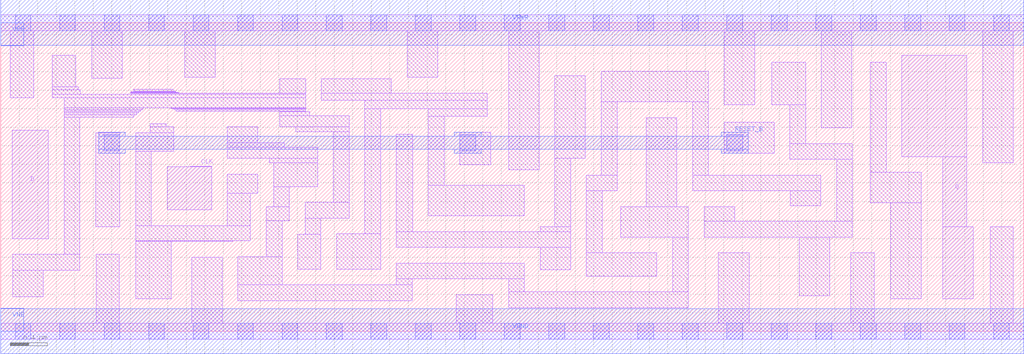
<source format=lef>
# Copyright 2020 The SkyWater PDK Authors
#
# Licensed under the Apache License, Version 2.0 (the "License");
# you may not use this file except in compliance with the License.
# You may obtain a copy of the License at
#
#     https://www.apache.org/licenses/LICENSE-2.0
#
# Unless required by applicable law or agreed to in writing, software
# distributed under the License is distributed on an "AS IS" BASIS,
# WITHOUT WARRANTIES OR CONDITIONS OF ANY KIND, either express or implied.
# See the License for the specific language governing permissions and
# limitations under the License.
#
# SPDX-License-Identifier: Apache-2.0

VERSION 5.5 ;
NAMESCASESENSITIVE ON ;
BUSBITCHARS "[]" ;
DIVIDERCHAR "/" ;
MACRO sky130_fd_sc_ms__dfrtp_1
  CLASS CORE ;
  SOURCE USER ;
  ORIGIN  0.000000  0.000000 ;
  SIZE  11.04000 BY  3.330000 ;
  SYMMETRY X Y R90 ;
  SITE unit ;
  PIN D
    ANTENNAGATEAREA  0.126000 ;
    DIRECTION INPUT ;
    USE SIGNAL ;
    PORT
      LAYER li1 ;
        RECT 0.125000 1.000000 0.515000 2.170000 ;
    END
  END D
  PIN Q
    ANTENNADIFFAREA  0.591700 ;
    DIRECTION OUTPUT ;
    USE SIGNAL ;
    PORT
      LAYER li1 ;
        RECT  9.725000 1.885000 10.425000 2.980000 ;
        RECT 10.165000 0.350000 10.495000 1.130000 ;
        RECT 10.165000 1.130000 10.425000 1.885000 ;
    END
  END Q
  PIN RESET_B
    ANTENNAGATEAREA  0.378000 ;
    DIRECTION INPUT ;
    USE SIGNAL ;
    PORT
      LAYER met1 ;
        RECT 1.055000 1.920000 1.345000 1.965000 ;
        RECT 1.055000 1.965000 8.065000 2.105000 ;
        RECT 1.055000 2.105000 1.345000 2.150000 ;
        RECT 4.895000 1.920000 5.185000 1.965000 ;
        RECT 4.895000 2.105000 5.185000 2.150000 ;
        RECT 7.775000 1.920000 8.065000 1.965000 ;
        RECT 7.775000 2.105000 8.065000 2.150000 ;
    END
  END RESET_B
  PIN CLK
    ANTENNAGATEAREA  0.261000 ;
    DIRECTION INPUT ;
    USE CLOCK ;
    PORT
      LAYER li1 ;
        RECT 1.795000 1.310000 2.275000 1.775000 ;
        RECT 2.045000 1.775000 2.275000 1.780000 ;
    END
  END CLK
  PIN VGND
    DIRECTION INOUT ;
    USE GROUND ;
    PORT
      LAYER met1 ;
        RECT 0.000000 -0.245000 11.040000 0.245000 ;
    END
  END VGND
  PIN VNB
    DIRECTION INOUT ;
    USE GROUND ;
    PORT
    END
  END VNB
  PIN VPB
    DIRECTION INOUT ;
    USE POWER ;
    PORT
    END
  END VPB
  PIN VNB
    DIRECTION INOUT ;
    USE GROUND ;
    PORT
      LAYER met1 ;
        RECT 0.000000 0.000000 0.250000 0.250000 ;
    END
  END VNB
  PIN VPB
    DIRECTION INOUT ;
    USE POWER ;
    PORT
      LAYER met1 ;
        RECT 0.000000 3.080000 0.250000 3.330000 ;
    END
  END VPB
  PIN VPWR
    DIRECTION INOUT ;
    USE POWER ;
    PORT
      LAYER met1 ;
        RECT 0.000000 3.085000 11.040000 3.575000 ;
    END
  END VPWR
  OBS
    LAYER li1 ;
      RECT  0.000000 -0.085000 11.040000 0.085000 ;
      RECT  0.000000  3.245000 11.040000 3.415000 ;
      RECT  0.105000  2.520000  0.355000 3.245000 ;
      RECT  0.130000  0.370000  0.460000 0.660000 ;
      RECT  0.130000  0.660000  0.855000 0.830000 ;
      RECT  0.555000  2.520000  3.290000 2.560000 ;
      RECT  0.555000  2.560000  0.860000 2.605000 ;
      RECT  0.555000  2.605000  0.835000 2.640000 ;
      RECT  0.555000  2.640000  0.810000 2.980000 ;
      RECT  0.685000  0.830000  0.855000 2.310000 ;
      RECT  0.685000  2.310000  1.435000 2.335000 ;
      RECT  0.685000  2.335000  1.465000 2.360000 ;
      RECT  0.685000  2.360000  1.490000 2.375000 ;
      RECT  0.685000  2.375000  1.510000 2.390000 ;
      RECT  0.685000  2.390000  1.530000 2.410000 ;
      RECT  0.685000  2.410000  3.290000 2.520000 ;
      RECT  0.980000  2.730000  1.310000 3.245000 ;
      RECT  1.025000  1.130000  1.285000 2.140000 ;
      RECT  1.030000  0.085000  1.280000 0.830000 ;
      RECT  1.405000  2.560000  3.290000 2.570000 ;
      RECT  1.405000  2.570000  1.925000 2.575000 ;
      RECT  1.405000  2.575000  1.910000 2.580000 ;
      RECT  1.405000  2.580000  1.890000 2.585000 ;
      RECT  1.435000  2.585000  1.890000 2.590000 ;
      RECT  1.435000  2.590000  1.860000 2.610000 ;
      RECT  1.455000  0.350000  1.840000 0.970000 ;
      RECT  1.455000  0.970000  2.505000 0.975000 ;
      RECT  1.455000  0.975000  2.695000 1.140000 ;
      RECT  1.455000  1.140000  1.625000 1.945000 ;
      RECT  1.455000  1.945000  1.865000 2.140000 ;
      RECT  1.615000  2.140000  1.865000 2.205000 ;
      RECT  1.615000  2.205000  1.785000 2.240000 ;
      RECT  1.835000  2.405000  3.290000 2.410000 ;
      RECT  1.850000  2.400000  3.290000 2.405000 ;
      RECT  1.870000  2.390000  3.290000 2.400000 ;
      RECT  1.895000  2.375000  3.290000 2.390000 ;
      RECT  1.985000  2.740000  2.315000 3.245000 ;
      RECT  2.060000  0.085000  2.390000 0.800000 ;
      RECT  2.445000  1.140000  2.695000 1.490000 ;
      RECT  2.445000  1.490000  2.775000 1.695000 ;
      RECT  2.445000  1.865000  3.420000 1.985000 ;
      RECT  2.445000  1.985000  3.060000 2.035000 ;
      RECT  2.445000  2.035000  2.775000 2.205000 ;
      RECT  2.560000  0.330000  4.440000 0.500000 ;
      RECT  2.560000  0.500000  3.035000 0.805000 ;
      RECT  2.865000  0.805000  3.035000 1.195000 ;
      RECT  2.865000  1.195000  3.115000 1.345000 ;
      RECT  2.900000  1.820000  3.420000 1.865000 ;
      RECT  2.945000  1.345000  3.115000 1.560000 ;
      RECT  2.945000  1.560000  3.420000 1.820000 ;
      RECT  3.010000  2.205000  3.760000 2.325000 ;
      RECT  3.010000  2.325000  3.335000 2.370000 ;
      RECT  3.010000  2.370000  3.290000 2.375000 ;
      RECT  3.010000  2.570000  3.290000 2.725000 ;
      RECT  3.185000  2.155000  3.760000 2.205000 ;
      RECT  3.205000  0.670000  3.455000 1.045000 ;
      RECT  3.285000  1.045000  3.455000 1.220000 ;
      RECT  3.285000  1.220000  3.760000 1.390000 ;
      RECT  3.460000  2.495000  5.250000 2.570000 ;
      RECT  3.460000  2.570000  4.215000 2.725000 ;
      RECT  3.590000  1.390000  3.760000 2.155000 ;
      RECT  3.625000  0.670000  4.100000 1.050000 ;
      RECT  3.930000  1.050000  4.100000 2.400000 ;
      RECT  3.930000  2.400000  5.250000 2.495000 ;
      RECT  4.270000  0.500000  4.440000 0.565000 ;
      RECT  4.270000  0.565000  5.650000 0.735000 ;
      RECT  4.270000  0.905000  6.150000 1.075000 ;
      RECT  4.270000  1.075000  4.445000 2.125000 ;
      RECT  4.385000  2.740000  4.715000 3.245000 ;
      RECT  4.615000  1.245000  5.650000 1.575000 ;
      RECT  4.615000  1.575000  4.785000 2.320000 ;
      RECT  4.615000  2.320000  5.250000 2.400000 ;
      RECT  4.915000  0.085000  5.310000 0.395000 ;
      RECT  4.955000  1.795000  5.285000 2.150000 ;
      RECT  5.480000  0.255000  7.420000 0.425000 ;
      RECT  5.480000  0.425000  5.650000 0.565000 ;
      RECT  5.480000  1.745000  5.810000 3.245000 ;
      RECT  5.820000  0.665000  6.150000 0.905000 ;
      RECT  5.820000  1.075000  6.150000 1.130000 ;
      RECT  5.980000  1.130000  6.150000 1.865000 ;
      RECT  5.980000  1.865000  6.310000 2.755000 ;
      RECT  6.320000  0.595000  7.080000 0.845000 ;
      RECT  6.320000  0.845000  6.490000 1.515000 ;
      RECT  6.320000  1.515000  6.650000 1.685000 ;
      RECT  6.480000  1.685000  6.650000 2.475000 ;
      RECT  6.480000  2.475000  7.635000 2.805000 ;
      RECT  6.690000  1.015000  7.420000 1.345000 ;
      RECT  6.965000  1.345000  7.295000 2.305000 ;
      RECT  7.250000  0.425000  7.420000 1.015000 ;
      RECT  7.465000  1.515000  8.850000 1.685000 ;
      RECT  7.465000  1.685000  7.635000 2.475000 ;
      RECT  7.590000  1.015000  9.190000 1.185000 ;
      RECT  7.590000  1.185000  7.920000 1.345000 ;
      RECT  7.745000  0.085000  8.075000 0.845000 ;
      RECT  7.805000  1.920000  8.345000 2.255000 ;
      RECT  7.805000  2.445000  8.135000 3.245000 ;
      RECT  8.320000  2.445000  8.685000 2.905000 ;
      RECT  8.515000  1.855000  9.190000 2.025000 ;
      RECT  8.515000  2.025000  8.685000 2.445000 ;
      RECT  8.520000  1.355000  8.850000 1.515000 ;
      RECT  8.615000  0.385000  8.945000 1.015000 ;
      RECT  8.855000  2.195000  9.185000 3.245000 ;
      RECT  9.020000  1.185000  9.190000 1.855000 ;
      RECT  9.175000  0.085000  9.425000 0.845000 ;
      RECT  9.385000  1.385000  9.935000 1.715000 ;
      RECT  9.385000  1.715000  9.555000 2.905000 ;
      RECT  9.605000  0.350000  9.935000 1.385000 ;
      RECT 10.595000  1.820000 10.925000 3.245000 ;
      RECT 10.675000  0.085000 10.925000 1.130000 ;
    LAYER mcon ;
      RECT  0.155000 -0.085000  0.325000 0.085000 ;
      RECT  0.155000  3.245000  0.325000 3.415000 ;
      RECT  0.635000 -0.085000  0.805000 0.085000 ;
      RECT  0.635000  3.245000  0.805000 3.415000 ;
      RECT  1.115000 -0.085000  1.285000 0.085000 ;
      RECT  1.115000  1.950000  1.285000 2.120000 ;
      RECT  1.115000  3.245000  1.285000 3.415000 ;
      RECT  1.595000 -0.085000  1.765000 0.085000 ;
      RECT  1.595000  3.245000  1.765000 3.415000 ;
      RECT  2.075000 -0.085000  2.245000 0.085000 ;
      RECT  2.075000  3.245000  2.245000 3.415000 ;
      RECT  2.555000 -0.085000  2.725000 0.085000 ;
      RECT  2.555000  3.245000  2.725000 3.415000 ;
      RECT  3.035000 -0.085000  3.205000 0.085000 ;
      RECT  3.035000  3.245000  3.205000 3.415000 ;
      RECT  3.515000 -0.085000  3.685000 0.085000 ;
      RECT  3.515000  3.245000  3.685000 3.415000 ;
      RECT  3.995000 -0.085000  4.165000 0.085000 ;
      RECT  3.995000  3.245000  4.165000 3.415000 ;
      RECT  4.475000 -0.085000  4.645000 0.085000 ;
      RECT  4.475000  3.245000  4.645000 3.415000 ;
      RECT  4.955000 -0.085000  5.125000 0.085000 ;
      RECT  4.955000  1.950000  5.125000 2.120000 ;
      RECT  4.955000  3.245000  5.125000 3.415000 ;
      RECT  5.435000 -0.085000  5.605000 0.085000 ;
      RECT  5.435000  3.245000  5.605000 3.415000 ;
      RECT  5.915000 -0.085000  6.085000 0.085000 ;
      RECT  5.915000  3.245000  6.085000 3.415000 ;
      RECT  6.395000 -0.085000  6.565000 0.085000 ;
      RECT  6.395000  3.245000  6.565000 3.415000 ;
      RECT  6.875000 -0.085000  7.045000 0.085000 ;
      RECT  6.875000  3.245000  7.045000 3.415000 ;
      RECT  7.355000 -0.085000  7.525000 0.085000 ;
      RECT  7.355000  3.245000  7.525000 3.415000 ;
      RECT  7.835000 -0.085000  8.005000 0.085000 ;
      RECT  7.835000  1.950000  8.005000 2.120000 ;
      RECT  7.835000  3.245000  8.005000 3.415000 ;
      RECT  8.315000 -0.085000  8.485000 0.085000 ;
      RECT  8.315000  3.245000  8.485000 3.415000 ;
      RECT  8.795000 -0.085000  8.965000 0.085000 ;
      RECT  8.795000  3.245000  8.965000 3.415000 ;
      RECT  9.275000 -0.085000  9.445000 0.085000 ;
      RECT  9.275000  3.245000  9.445000 3.415000 ;
      RECT  9.755000 -0.085000  9.925000 0.085000 ;
      RECT  9.755000  3.245000  9.925000 3.415000 ;
      RECT 10.235000 -0.085000 10.405000 0.085000 ;
      RECT 10.235000  3.245000 10.405000 3.415000 ;
      RECT 10.715000 -0.085000 10.885000 0.085000 ;
      RECT 10.715000  3.245000 10.885000 3.415000 ;
  END
END sky130_fd_sc_ms__dfrtp_1
END LIBRARY

</source>
